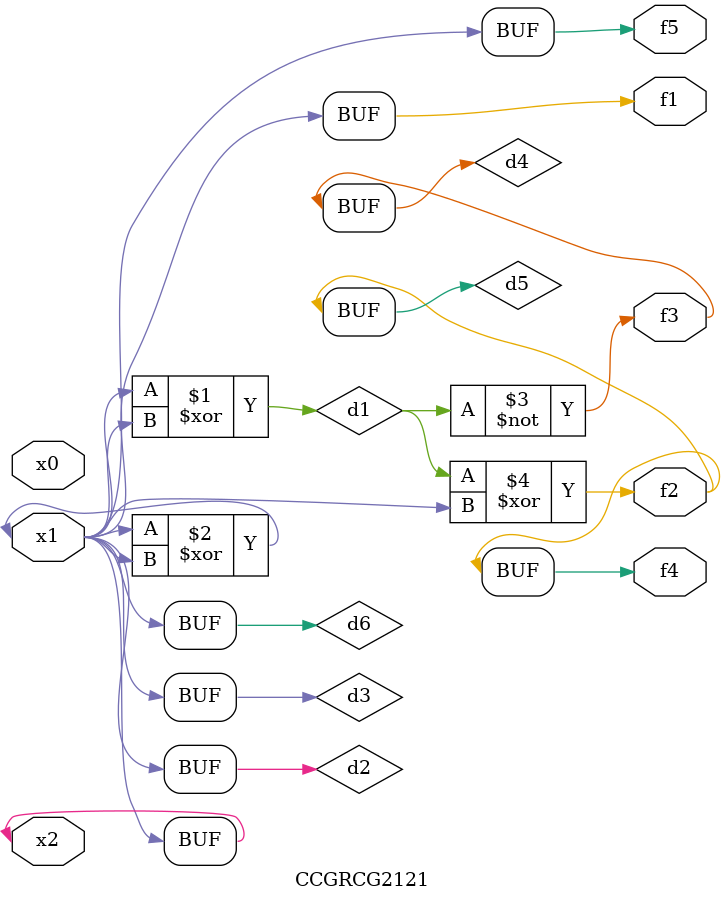
<source format=v>
module CCGRCG2121(
	input x0, x1, x2,
	output f1, f2, f3, f4, f5
);

	wire d1, d2, d3, d4, d5, d6;

	xor (d1, x1, x2);
	buf (d2, x1, x2);
	xor (d3, x1, x2);
	nor (d4, d1);
	xor (d5, d1, d2);
	buf (d6, d2, d3);
	assign f1 = d6;
	assign f2 = d5;
	assign f3 = d4;
	assign f4 = d5;
	assign f5 = d6;
endmodule

</source>
